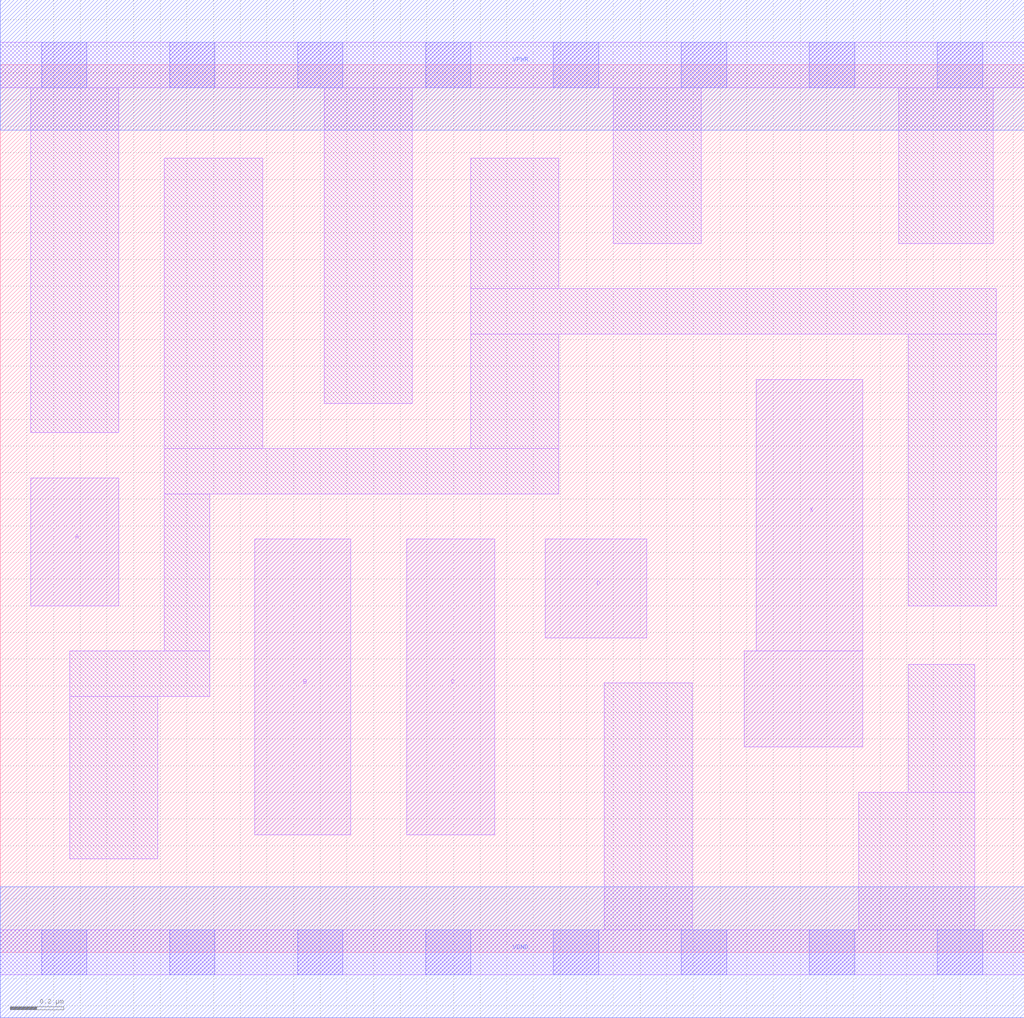
<source format=lef>
# Copyright 2020 The SkyWater PDK Authors
#
# Licensed under the Apache License, Version 2.0 (the "License");
# you may not use this file except in compliance with the License.
# You may obtain a copy of the License at
#
#     https://www.apache.org/licenses/LICENSE-2.0
#
# Unless required by applicable law or agreed to in writing, software
# distributed under the License is distributed on an "AS IS" BASIS,
# WITHOUT WARRANTIES OR CONDITIONS OF ANY KIND, either express or implied.
# See the License for the specific language governing permissions and
# limitations under the License.
#
# SPDX-License-Identifier: Apache-2.0

VERSION 5.5 ;
NAMESCASESENSITIVE ON ;
BUSBITCHARS "[]" ;
DIVIDERCHAR "/" ;
MACRO sky130_fd_sc_ls__and4_2
  CLASS CORE ;
  SOURCE USER ;
  ORIGIN  0.000000  0.000000 ;
  SIZE  3.840000 BY  3.330000 ;
  SYMMETRY X Y ;
  SITE unit ;
  PIN A
    ANTENNAGATEAREA  0.261000 ;
    DIRECTION INPUT ;
    USE SIGNAL ;
    PORT
      LAYER li1 ;
        RECT 0.115000 1.300000 0.445000 1.780000 ;
    END
  END A
  PIN B
    ANTENNAGATEAREA  0.261000 ;
    DIRECTION INPUT ;
    USE SIGNAL ;
    PORT
      LAYER li1 ;
        RECT 0.955000 0.440000 1.315000 1.550000 ;
    END
  END B
  PIN C
    ANTENNAGATEAREA  0.261000 ;
    DIRECTION INPUT ;
    USE SIGNAL ;
    PORT
      LAYER li1 ;
        RECT 1.525000 0.440000 1.855000 1.550000 ;
    END
  END C
  PIN D
    ANTENNAGATEAREA  0.261000 ;
    DIRECTION INPUT ;
    USE SIGNAL ;
    PORT
      LAYER li1 ;
        RECT 2.045000 1.180000 2.425000 1.550000 ;
    END
  END D
  PIN X
    ANTENNADIFFAREA  0.543200 ;
    DIRECTION OUTPUT ;
    USE SIGNAL ;
    PORT
      LAYER li1 ;
        RECT 2.790000 0.770000 3.235000 1.130000 ;
        RECT 2.835000 1.130000 3.235000 2.150000 ;
    END
  END X
  PIN VGND
    DIRECTION INOUT ;
    SHAPE ABUTMENT ;
    USE GROUND ;
    PORT
      LAYER met1 ;
        RECT 0.000000 -0.245000 3.840000 0.245000 ;
    END
  END VGND
  PIN VPWR
    DIRECTION INOUT ;
    SHAPE ABUTMENT ;
    USE POWER ;
    PORT
      LAYER met1 ;
        RECT 0.000000 3.085000 3.840000 3.575000 ;
    END
  END VPWR
  OBS
    LAYER li1 ;
      RECT 0.000000 -0.085000 3.840000 0.085000 ;
      RECT 0.000000  3.245000 3.840000 3.415000 ;
      RECT 0.115000  1.950000 0.445000 3.245000 ;
      RECT 0.260000  0.350000 0.590000 0.960000 ;
      RECT 0.260000  0.960000 0.785000 1.130000 ;
      RECT 0.615000  1.130000 0.785000 1.720000 ;
      RECT 0.615000  1.720000 2.095000 1.890000 ;
      RECT 0.615000  1.890000 0.985000 2.980000 ;
      RECT 1.215000  2.060000 1.545000 3.245000 ;
      RECT 1.765000  1.890000 2.095000 2.320000 ;
      RECT 1.765000  2.320000 3.735000 2.490000 ;
      RECT 1.765000  2.490000 2.095000 2.980000 ;
      RECT 2.265000  0.085000 2.595000 1.010000 ;
      RECT 2.300000  2.660000 2.630000 3.245000 ;
      RECT 3.220000  0.085000 3.655000 0.600000 ;
      RECT 3.370000  2.660000 3.725000 3.245000 ;
      RECT 3.405000  0.600000 3.655000 1.080000 ;
      RECT 3.405000  1.300000 3.735000 2.320000 ;
    LAYER mcon ;
      RECT 0.155000 -0.085000 0.325000 0.085000 ;
      RECT 0.155000  3.245000 0.325000 3.415000 ;
      RECT 0.635000 -0.085000 0.805000 0.085000 ;
      RECT 0.635000  3.245000 0.805000 3.415000 ;
      RECT 1.115000 -0.085000 1.285000 0.085000 ;
      RECT 1.115000  3.245000 1.285000 3.415000 ;
      RECT 1.595000 -0.085000 1.765000 0.085000 ;
      RECT 1.595000  3.245000 1.765000 3.415000 ;
      RECT 2.075000 -0.085000 2.245000 0.085000 ;
      RECT 2.075000  3.245000 2.245000 3.415000 ;
      RECT 2.555000 -0.085000 2.725000 0.085000 ;
      RECT 2.555000  3.245000 2.725000 3.415000 ;
      RECT 3.035000 -0.085000 3.205000 0.085000 ;
      RECT 3.035000  3.245000 3.205000 3.415000 ;
      RECT 3.515000 -0.085000 3.685000 0.085000 ;
      RECT 3.515000  3.245000 3.685000 3.415000 ;
  END
END sky130_fd_sc_ls__and4_2
END LIBRARY

</source>
